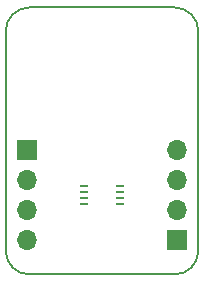
<source format=gbr>
G04 #@! TF.GenerationSoftware,KiCad,Pcbnew,5.1.6-c6e7f7d~86~ubuntu20.04.1*
G04 #@! TF.CreationDate,2020-05-17T01:16:21+03:00*
G04 #@! TF.ProjectId,BRK-VSSOP-8-2.4x2.1-P0.5,42524b2d-5653-4534-9f50-2d382d322e34,v1.1*
G04 #@! TF.SameCoordinates,Original*
G04 #@! TF.FileFunction,Soldermask,Top*
G04 #@! TF.FilePolarity,Negative*
%FSLAX46Y46*%
G04 Gerber Fmt 4.6, Leading zero omitted, Abs format (unit mm)*
G04 Created by KiCad (PCBNEW 5.1.6-c6e7f7d~86~ubuntu20.04.1) date 2020-05-17 01:16:21*
%MOMM*%
%LPD*%
G01*
G04 APERTURE LIST*
G04 #@! TA.AperFunction,Profile*
%ADD10C,0.150000*%
G04 #@! TD*
%ADD11O,1.700000X1.700000*%
%ADD12R,1.700000X1.700000*%
%ADD13R,0.750000X0.250000*%
G04 APERTURE END LIST*
D10*
X53000000Y-70600000D02*
G75*
G02*
X51000000Y-68600000I0J2000000D01*
G01*
X67300000Y-68600000D02*
G75*
G02*
X65300000Y-70600000I-2000000J0D01*
G01*
X65300000Y-48000000D02*
G75*
G02*
X67300000Y-50000000I0J-2000000D01*
G01*
X51000000Y-50000000D02*
G75*
G02*
X53000000Y-48000000I2000000J0D01*
G01*
X65300000Y-70600000D02*
X53000000Y-70600000D01*
X67300000Y-50000000D02*
X67300000Y-68600000D01*
X53000000Y-48000000D02*
X65300000Y-48000000D01*
X51000000Y-68600000D02*
X51000000Y-50000000D01*
D11*
X65500000Y-60100000D03*
X65500000Y-62640000D03*
X65500000Y-65180000D03*
D12*
X65500000Y-67720000D03*
D11*
X52800000Y-67720000D03*
X52800000Y-65180000D03*
X52800000Y-62640000D03*
D12*
X52800000Y-60100000D03*
D13*
X60700000Y-63120000D03*
X60700000Y-63620000D03*
X60700000Y-64120000D03*
X60700000Y-64620000D03*
X57600000Y-64620000D03*
X57600000Y-64120000D03*
X57600000Y-63620000D03*
X57600000Y-63120000D03*
M02*

</source>
